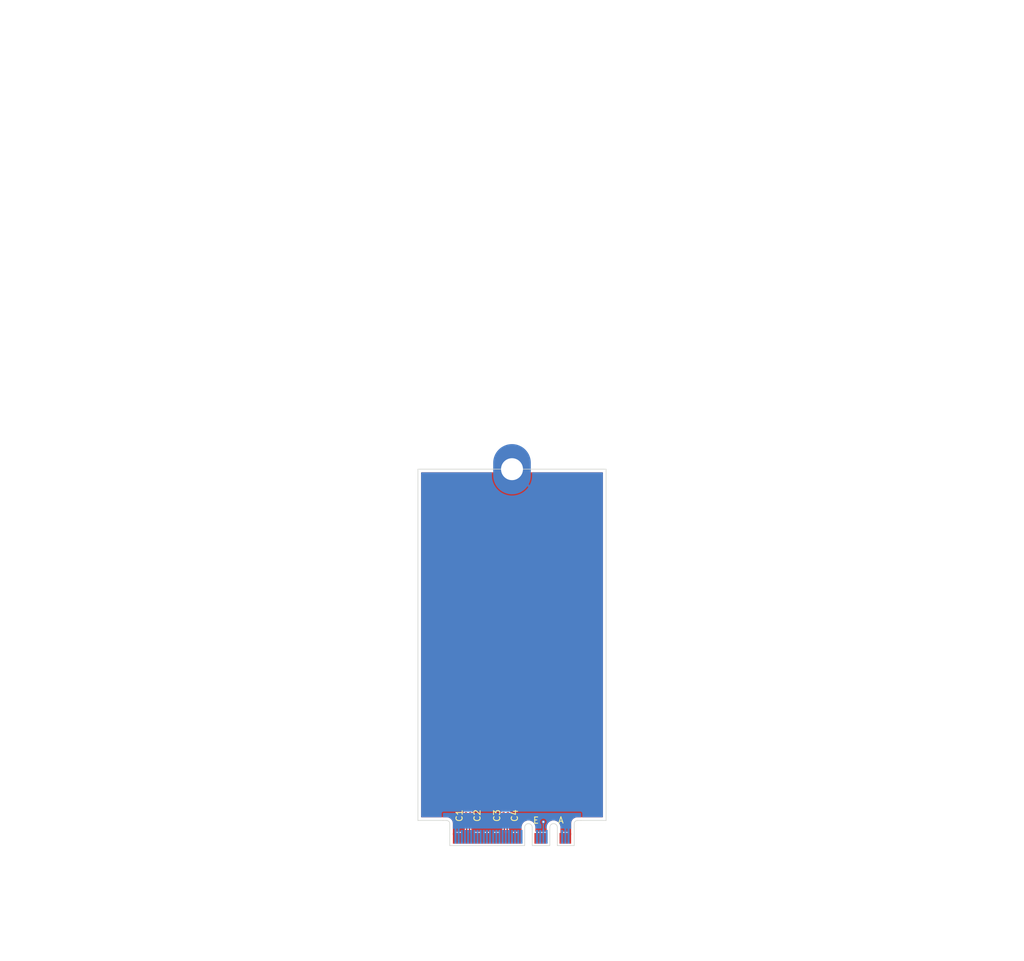
<source format=kicad_pcb>
(kicad_pcb (version 20241229) (generator "pcbnew") (generator_version "9.0")
  (layers (0 "F.Cu" signal) (2 "B.Cu" signal) (13 "F.Paste" user) (15 "B.Paste" user) (5 "F.SilkS" user "F.Silkscreen") (7 "B.SilkS" user "B.Silkscreen") (1 "F.Mask" user) (3 "B.Mask" user) (25 "Edge.Cuts" user))
  (net 0 "")
  (net 1 "GND")
  (net 2 "/M.2 A+E Key/PET1P")
  (net 3 "/M.2 A+E Key/PET0N")
  (net 4 "/M.2 A+E Key/PET1N")
  (net 5 "/M.2 A+E Key/PET0P")
  (net 6 "/PET0-")
  (net 7 "+3.3V")
  (net 8 "/USB_D+")
  (net 9 "/USB_D-")
  (net 10 "/LED#1")
  (net 11 "/LED#2")
  (net 20 "/PER0-")
  (net 22 "/PER0+")
  (net 28 "/REFCLK0+")
  (net 30 "/REFCLK0-")
  (net 31 "/SUSCLK")
  (net 32 "/PERST0#")
  (net 33 "/CLKREQ0#")
  (net 34 "/W_DISABLE2#")
  (net 35 "/PEWAKE#")
  (net 36 "/W_DISABLE1#")
  (net 37 "/I2C_DATA")
  (net 38 "/PER1+")
  (net 39 "/I2C_CLK")
  (net 40 "/PER1-")
  (net 41 "/ALERT#")
  (net 43 "/PERST1#")
  (net 44 "/CLKREQ1#")
  (net 45 "/PEWAKE1#")
  (net 46 "/REFCLK1+")
  (net 47 "/REFCLK1-")
  (net 48 "/PET0+")
  (net 49 "/PET1-")
  (net 50 "/PET1+")
  (footprint "Athena KiCAd library:M.2 Mounting Pad" (layer "F.Cu") (at 110.26 98.9)
    (property "Reference" "H1")
    (property "Value" "MountingHole_Pad")
    (pad "1" thru_hole circle (at 0 0) (size 5.5 5.5) (drill 3.5) (property pad_prop_castellated) (layers "*.Cu" "*.Mask") (net 1 "GND") (padstack (mode front_inner_back) (layer "Inner" (shape circle) (size 5.5 5.5)) (layer "B.Cu" (shape oval) (size 6 8))))
  )
  (footprint "PCIexpress:M.2 A+E Key Connector" (layer "F.Cu") (at 110.26 157.79)
    (property "Reference" "J1")
    (property "Value" "~")
    (fp_line (start -11 -2.89) (end -10.425 -2.89) (stroke (width 0.1)) (layer "Edge.Cuts"))
    (fp_line (start -9.925 -2.39) (end -9.925 1.11) (stroke (width 0.1)) (layer "Edge.Cuts"))
    (fp_line (start 2.025 -1.79) (end 2.025 1.11) (stroke (width 0.1)) (layer "Edge.Cuts"))
    (fp_line (start 2.025 1.11) (end -9.925 1.11) (stroke (width 0.1)) (layer "Edge.Cuts"))
    (fp_line (start 3.225 -1.79) (end 3.225 1.11) (stroke (width 0.1)) (layer "Edge.Cuts"))
    (fp_line (start 3.225 1.11) (end 6.025 1.11) (stroke (width 0.1)) (layer "Edge.Cuts"))
    (fp_line (start 6.025 -1.79) (end 6.025 1.11) (stroke (width 0.1)) (layer "Edge.Cuts"))
    (fp_line (start 7.225 -1.79) (end 7.225 1.11) (stroke (width 0.1)) (layer "Edge.Cuts"))
    (fp_line (start 7.225 1.11) (end 9.925 1.11) (stroke (width 0.1)) (layer "Edge.Cuts"))
    (fp_line (start 9.925 -2.39) (end 9.925 1.11) (stroke (width 0.1)) (layer "Edge.Cuts"))
    (fp_line (start 10.425 -2.89) (end 11 -2.89) (stroke (width 0.1)) (layer "Edge.Cuts"))
    (fp_arc (start -10.425 -2.89) (mid -10.071447 -2.743553) (end -9.925 -2.39) (stroke (width 0.1)) (layer "Edge.Cuts"))
    (fp_arc (start 2.025 -1.79) (mid 2.625 -2.39) (end 3.225 -1.79) (stroke (width 0.1)) (layer "Edge.Cuts"))
    (fp_arc (start 6.025 -1.79) (mid 6.625 -2.39) (end 7.225 -1.79) (stroke (width 0.1)) (layer "Edge.Cuts"))
    (fp_arc (start 9.925 -2.39) (mid 10.071447 -2.743553) (end 10.425 -2.89) (stroke (width 0.1)) (layer "Edge.Cuts"))
    (fp_text user "E" (at 3.28 -2.32 0) (layer "F.SilkS") (effects (justify left bottom)))
    (fp_text user "A" (at 7.265 -2.345 0) (layer "F.SilkS") (effects (justify left bottom)))
    (pad "1" smd rect (at 9.25 -0.04 180) (size 0.35 1.7) (layers "F.Cu") (net 1 "GND"))
    (pad "2" smd rect (at 9 -0.29 180) (size 0.35 2.2) (layers "B.Cu") (net 7 "+3.3V"))
    (pad "3" smd rect (at 8.75 -0.04 180) (size 0.35 1.7) (layers "F.Cu") (net 8 "/USB_D+"))
    (pad "4" smd rect (at 8.5 -0.29 180) (size 0.35 2.2) (layers "B.Cu") (net 7 "+3.3V"))
    (pad "5" smd rect (at 8.25 -0.04 180) (size 0.35 1.7) (layers "F.Cu") (net 9 "/USB_D-"))
    (pad "6" smd rect (at 8 -0.29 180) (size 0.35 2.2) (layers "B.Cu") (net 10 "/LED#1"))
    (pad "7" smd rect (at 7.75 -0.04 180) (size 0.35 1.7) (layers "F.Cu") (net 1 "GND"))
    (pad "16" smd rect (at 5.5 -0.29 180) (size 0.35 2.2) (layers "B.Cu") (net 11 "/LED#2"))
    (pad "17" smd rect (at 5.25 -0.04 180) (size 0.35 1.7) (layers "F.Cu"))
    (pad "18" smd rect (at 5 -0.29 180) (size 0.35 2.2) (layers "B.Cu") (net 1 "GND"))
    (pad "19" smd rect (at 4.75 -0.04 180) (size 0.35 1.7) (layers "F.Cu"))
    (pad "20" smd rect (at 4.5 -0.29 180) (size 0.35 2.2) (layers "B.Cu"))
    (pad "21" smd rect (at 4.25 -0.04 180) (size 0.35 1.7) (layers "F.Cu"))
    (pad "22" smd rect (at 4 -0.29 180) (size 0.35 2.2) (layers "B.Cu"))
    (pad "23" smd rect (at 3.75 -0.04 180) (size 0.35 1.7) (layers "F.Cu"))
    (pad "32" smd rect (at 1.5 -0.29 180) (size 0.35 2.2) (layers "B.Cu"))
    (pad "33" smd rect (at 1.25 -0.04 180) (size 0.35 1.7) (layers "F.Cu") (net 1 "GND"))
    (pad "34" smd rect (at 1 -0.29 180) (size 0.35 2.2) (layers "B.Cu"))
    (pad "35" smd rect (at 0.75 -0.04 180) (size 0.35 1.7) (layers "F.Cu") (net 20 "/PER0-"))
    (pad "36" smd rect (at 0.5 -0.29 180) (size 0.35 2.2) (layers "B.Cu"))
    (pad "37" smd rect (at 0.25 -0.04 180) (size 0.35 1.7) (layers "F.Cu") (net 22 "/PER0+"))
    (pad "38" smd rect (at 0 -0.29 180) (size 0.35 2.2) (layers "B.Cu"))
    (pad "39" smd rect (at -0.25 -0.04 180) (size 0.35 1.7) (layers "F.Cu") (net 1 "GND"))
    (pad "40" smd rect (at -0.5 -0.29 180) (size 0.35 2.2) (layers "B.Cu"))
    (pad "41" smd rect (at -0.75 -0.04 180) (size 0.35 1.7) (layers "F.Cu") (net 5 "/M.2 A+E Key/PET0P"))
    (pad "42" smd rect (at -1 -0.29 180) (size 0.35 2.2) (layers "B.Cu"))
    (pad "43" smd rect (at -1.25 -0.04 180) (size 0.35 1.7) (layers "F.Cu") (net 3 "/M.2 A+E Key/PET0N"))
    (pad "44" smd rect (at -1.5 -0.29 180) (size 0.35 2.2) (layers "B.Cu"))
    (pad "45" smd rect (at -1.75 -0.04 180) (size 0.35 1.7) (layers "F.Cu") (net 1 "GND"))
    (pad "46" smd rect (at -2 -0.29 180) (size 0.35 2.2) (layers "B.Cu"))
    (pad "47" smd rect (at -2.25 -0.04 180) (size 0.35 1.7) (layers "F.Cu") (net 28 "/REFCLK0+"))
    (pad "48" smd rect (at -2.5 -0.29 180) (size 0.35 2.2) (layers "B.Cu"))
    (pad "49" smd rect (at -2.75 -0.04 180) (size 0.35 1.7) (layers "F.Cu") (net 30 "/REFCLK0-"))
    (pad "50" smd rect (at -3 -0.29 180) (size 0.35 2.2) (layers "B.Cu") (net 31 "/SUSCLK"))
    (pad "51" smd rect (at -3.25 -0.04 180) (size 0.35 1.7) (layers "F.Cu") (net 1 "GND"))
    (pad "52" smd rect (at -3.5 -0.29 180) (size 0.35 2.2) (layers "B.Cu") (net 32 "/PERST0#"))
    (pad "53" smd rect (at -3.75 -0.04 180) (size 0.35 1.7) (layers "F.Cu") (net 33 "/CLKREQ0#"))
    (pad "54" smd rect (at -4 -0.29 180) (size 0.35 2.2) (layers "B.Cu") (net 34 "/W_DISABLE2#"))
    (pad "55" smd rect (at -4.25 -0.04 180) (size 0.35 1.7) (layers "F.Cu") (net 35 "/PEWAKE#"))
    (pad "56" smd rect (at -4.5 -0.29 180) (size 0.35 2.2) (layers "B.Cu") (net 36 "/W_DISABLE1#"))
    (pad "57" smd rect (at -4.75 -0.04 180) (size 0.35 1.7) (layers "F.Cu") (net 1 "GND"))
    (pad "58" smd rect (at -5 -0.29 180) (size 0.35 2.2) (layers "B.Cu") (net 37 "/I2C_DATA"))
    (pad "59" smd rect (at -5.25 -0.04 180) (size 0.35 1.7) (layers "F.Cu") (net 38 "/PER1+"))
    (pad "60" smd rect (at -5.5 -0.29 180) (size 0.35 2.2) (layers "B.Cu") (net 39 "/I2C_CLK"))
    (pad "61" smd rect (at -5.75 -0.04 180) (size 0.35 1.7) (layers "F.Cu") (net 40 "/PER1-"))
    (pad "62" smd rect (at -6 -0.29 180) (size 0.35 2.2) (layers "B.Cu") (net 41 "/ALERT#"))
    (pad "63" smd rect (at -6.25 -0.04 180) (size 0.35 1.7) (layers "F.Cu") (net 1 "GND"))
    (pad "64" smd rect (at -6.5 -0.29 180) (size 0.35 2.2) (layers "B.Cu"))
    (pad "65" smd rect (at -6.75 -0.04 180) (size 0.35 1.7) (layers "F.Cu") (net 2 "/M.2 A+E Key/PET1P"))
    (pad "66" smd rect (at -7 -0.29 180) (size 0.35 2.2) (layers "B.Cu") (net 43 "/PERST1#"))
    (pad "67" smd rect (at -7.25 -0.04 180) (size 0.35 1.7) (layers "F.Cu") (net 4 "/M.2 A+E Key/PET1N"))
    (pad "68" smd rect (at -7.5 -0.29 180) (size 0.35 2.2) (layers "B.Cu") (net 44 "/CLKREQ1#"))
    (pad "69" smd rect (at -7.75 -0.04 180) (size 0.35 1.7) (layers "F.Cu") (net 1 "GND"))
    (pad "70" smd rect (at -8 -0.29 180) (size 0.35 2.2) (layers "B.Cu") (net 45 "/PEWAKE1#"))
    (pad "71" smd rect (at -8.25 -0.04 180) (size 0.35 1.7) (layers "F.Cu") (net 46 "/REFCLK1+"))
    (pad "72" smd rect (at -8.5 -0.29 180) (size 0.35 2.2) (layers "B.Cu") (net 7 "+3.3V"))
    (pad "73" smd rect (at -8.75 -0.04 180) (size 0.35 1.7) (layers "F.Cu") (net 47 "/REFCLK1-"))
    (pad "74" smd rect (at -9 -0.29 180) (size 0.35 2.2) (layers "B.Cu") (net 7 "+3.3V"))
    (pad "75" smd rect (at -9.25 -0.04 180) (size 0.35 1.7) (layers "F.Cu") (net 1 "GND"))
  )
  (footprint "Capacitor_SMD:C_0201_0603Metric" (layer "F.Cu") (at 108.91 154.13 90)
    (property "Reference" "C3" (at 0 -1.05 90) (layer "F.SilkS"))
    (property "Value" "220nF")
    (pad "1" smd roundrect (at -0.32 0 90) (size 0.46 0.4) (layers "F.Cu" "F.Mask") (net 3 "/M.2 A+E Key/PET0N"))
    (pad "2" smd roundrect (at 0.32 0 90) (size 0.46 0.4) (layers "F.Cu" "F.Mask") (net 6 "/PET0-"))
  )
  (footprint "Capacitor_SMD:C_0201_0603Metric" (layer "F.Cu") (at 109.61 154.13 90)
    (property "Reference" "C4" (at 0 1.07 90) (layer "F.SilkS"))
    (property "Value" "220nF")
    (pad "1" smd roundrect (at -0.32 0 90) (size 0.46 0.4) (layers "F.Cu" "F.Mask") (net 5 "/M.2 A+E Key/PET0P"))
    (pad "2" smd roundrect (at 0.32 0 90) (size 0.46 0.4) (layers "F.Cu" "F.Mask") (net 48 "/PET0+"))
  )
  (footprint "Capacitor_SMD:C_0201_0603Metric" (layer "F.Cu") (at 102.91 154.13 90)
    (property "Reference" "C1" (at 0 -1.05 90) (layer "F.SilkS"))
    (property "Value" "220nF")
    (pad "1" smd roundrect (at -0.32 0 90) (size 0.46 0.4) (layers "F.Cu" "F.Mask") (net 4 "/M.2 A+E Key/PET1N"))
    (pad "2" smd roundrect (at 0.32 0 90) (size 0.46 0.4) (layers "F.Cu" "F.Mask") (net 49 "/PET1-"))
  )
  (footprint "Capacitor_SMD:C_0201_0603Metric" (layer "F.Cu") (at 103.61 154.13 90)
    (property "Reference" "C2" (at 0 1.11 90) (layer "F.SilkS"))
    (property "Value" "220nF")
    (pad "1" smd roundrect (at -0.32 0 90) (size 0.46 0.4) (layers "F.Cu" "F.Mask") (net 2 "/M.2 A+E Key/PET1P"))
    (pad "2" smd roundrect (at 0.32 0 90) (size 0.46 0.4) (layers "F.Cu" "F.Mask") (net 50 "/PET1+"))
  )
  (gr_line (start 125.26 154.9) (end 121.26 154.9) (stroke (width 0.1)) (layer "Edge.Cuts"))
  (gr_line (start 125.26 154.9) (end 125.26 98.9) (stroke (width 0.1)) (layer "Edge.Cuts"))
  (gr_line (start 95.26 98.9) (end 95.26 154.9) (stroke (width 0.1)) (layer "Edge.Cuts"))
  (gr_line (start 99.26 154.9) (end 95.26 154.9) (stroke (width 0.1)) (layer "Edge.Cuts"))
  (gr_line (start 125.26 98.9) (end 95.26 98.9) (stroke (width 0.1)) (layer "Edge.Cuts"))
  (via (at 115.26 155.13) (size 0.6) (drill 0.3) (layers "F.Cu" "B.Cu") (net 1))
  (segment (start 115.26 155.13) (end 115.26 157.5) (width 0.2) (layer "B.Cu") (net 1))
  (segment (start 103.51 157.75) (end 103.51 156.474999) (width 0.2) (layer "F.Cu") (net 2))
  (segment (start 103.51 156.474999) (end 103.485 156.449999) (width 0.2) (layer "F.Cu") (net 2))
  (segment (start 103.485 156.449999) (end 103.485 154.920001) (width 0.2) (layer "F.Cu") (net 2))
  (segment (start 103.485 154.920001) (end 103.61 154.795001) (width 0.2) (layer "F.Cu") (net 2))
  (segment (start 103.61 154.795001) (end 103.61 154.45) (width 0.2) (layer "F.Cu") (net 2))
  (segment (start 109.035 156.449999) (end 109.035 154.920001) (width 0.2) (layer "F.Cu") (net 3))
  (segment (start 109.01 157.75) (end 109.01 156.474999) (width 0.2) (layer "F.Cu") (net 3))
  (segment (start 108.91 154.795001) (end 108.91 154.45) (width 0.2) (layer "F.Cu") (net 3))
  (segment (start 109.01 156.474999) (end 109.035 156.449999) (width 0.2) (layer "F.Cu") (net 3))
  (segment (start 109.035 154.920001) (end 108.91 154.795001) (width 0.2) (layer "F.Cu") (net 3))
  (segment (start 103.035 156.449999) (end 103.035 154.920001) (width 0.2) (layer "F.Cu") (net 4))
  (segment (start 103.01 157.75) (end 103.01 156.474999) (width 0.2) (layer "F.Cu") (net 4))
  (segment (start 103.035 154.920001) (end 102.91 154.795001) (width 0.2) (layer "F.Cu") (net 4))
  (segment (start 102.91 154.795001) (end 102.91 154.45) (width 0.2) (layer "F.Cu") (net 4))
  (segment (start 103.01 156.474999) (end 103.035 156.449999) (width 0.2) (layer "F.Cu") (net 4))
  (segment (start 109.51 156.474999) (end 109.485 156.449999) (width 0.2) (layer "F.Cu") (net 5))
  (segment (start 109.61 154.795001) (end 109.61 154.45) (width 0.2) (layer "F.Cu") (net 5))
  (segment (start 109.485 154.920001) (end 109.61 154.795001) (width 0.2) (layer "F.Cu") (net 5))
  (segment (start 109.51 157.75) (end 109.51 156.474999) (width 0.2) (layer "F.Cu") (net 5))
  (segment (start 109.485 156.449999) (end 109.485 154.920001) (width 0.2) (layer "F.Cu") (net 5))
  (zone (net 1) (net_name "GND") (layers "F.Cu" "B.Cu") (connect_pads (clearance 0.2)) (min_thickness 0.15) (fill yes (thermal_gap 0.2) (thermal_bridge_width 0.35))
    (polygon (pts (xy 125.26 157.23) (xy 125.26 48.9) (xy 95.26 48.9) (xy 95.26 157.23)))
  )
  (zone (net 7) (net_name "+3.3V") (layer "B.Cu") (priority 1) (connect_pads (clearance 0.2)) (min_thickness 0.15) (fill yes (thermal_gap 0.2) (thermal_bridge_width 0.35))
    (polygon (pts (xy 121.26 157.22) (xy 121.26 153.7) (xy 99.26 153.7) (xy 99.26 157.22)))
  )
)
</source>
